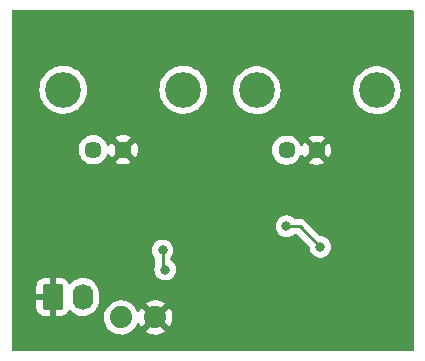
<source format=gbr>
%TF.GenerationSoftware,KiCad,Pcbnew,(5.99.0-11760-g13083c80c2)*%
%TF.CreationDate,2021-08-25T14:33:33-04:00*%
%TF.ProjectId,DigitimerPulseExtender_v3,44696769-7469-46d6-9572-50756c736545,rev?*%
%TF.SameCoordinates,Original*%
%TF.FileFunction,Copper,L2,Bot*%
%TF.FilePolarity,Positive*%
%FSLAX46Y46*%
G04 Gerber Fmt 4.6, Leading zero omitted, Abs format (unit mm)*
G04 Created by KiCad (PCBNEW (5.99.0-11760-g13083c80c2)) date 2021-08-25 14:33:33*
%MOMM*%
%LPD*%
G01*
G04 APERTURE LIST*
G04 Aperture macros list*
%AMRoundRect*
0 Rectangle with rounded corners*
0 $1 Rounding radius*
0 $2 $3 $4 $5 $6 $7 $8 $9 X,Y pos of 4 corners*
0 Add a 4 corners polygon primitive as box body*
4,1,4,$2,$3,$4,$5,$6,$7,$8,$9,$2,$3,0*
0 Add four circle primitives for the rounded corners*
1,1,$1+$1,$2,$3*
1,1,$1+$1,$4,$5*
1,1,$1+$1,$6,$7*
1,1,$1+$1,$8,$9*
0 Add four rect primitives between the rounded corners*
20,1,$1+$1,$2,$3,$4,$5,0*
20,1,$1+$1,$4,$5,$6,$7,0*
20,1,$1+$1,$6,$7,$8,$9,0*
20,1,$1+$1,$8,$9,$2,$3,0*%
G04 Aperture macros list end*
%TA.AperFunction,ComponentPad*%
%ADD10RoundRect,0.250000X-0.620000X-0.845000X0.620000X-0.845000X0.620000X0.845000X-0.620000X0.845000X0*%
%TD*%
%TA.AperFunction,ComponentPad*%
%ADD11O,1.740000X2.190000*%
%TD*%
%TA.AperFunction,ComponentPad*%
%ADD12C,1.446000*%
%TD*%
%TA.AperFunction,ComponentPad*%
%ADD13C,3.015000*%
%TD*%
%TA.AperFunction,ComponentPad*%
%ADD14C,1.879600*%
%TD*%
%TA.AperFunction,ViaPad*%
%ADD15C,0.800000*%
%TD*%
%TA.AperFunction,Conductor*%
%ADD16C,0.250000*%
%TD*%
G04 APERTURE END LIST*
D10*
%TO.P,D1,1,K*%
%TO.N,GND*%
X38912800Y-63291400D03*
D11*
%TO.P,D1,2,A*%
%TO.N,Net-(D1-Pad2)*%
X41452800Y-63291400D03*
%TD*%
D12*
%TO.P,J2,1,In*%
%TO.N,Pin_2_on_Inverter*%
X42341800Y-50838332D03*
%TO.P,J2,2,Ext*%
%TO.N,GND*%
X44881800Y-50838332D03*
D13*
%TO.P,J2,3*%
%TO.N,N/C*%
X49961800Y-45758332D03*
%TO.P,J2,4*%
X39801800Y-45758332D03*
%TD*%
D14*
%TO.P,J1,1,1*%
%TO.N,+5V*%
X44704000Y-65024000D03*
%TO.P,J1,2,2*%
%TO.N,GND*%
X47599600Y-65024000D03*
%TD*%
D12*
%TO.P,J3,1,In*%
%TO.N,Output_Pin_3_R7_R8*%
X58724800Y-50863732D03*
%TO.P,J3,2,Ext*%
%TO.N,GND*%
X61264800Y-50863732D03*
D13*
%TO.P,J3,3*%
%TO.N,N/C*%
X66344800Y-45783732D03*
%TO.P,J3,4*%
X56184800Y-45783732D03*
%TD*%
D15*
%TO.N,GND*%
X37871400Y-56311800D03*
X67614800Y-54914800D03*
%TO.N,Net-(C2-Pad1)*%
X61569600Y-59055000D03*
X58699400Y-57302400D03*
%TO.N,Net-(R7-Pad1)*%
X48209200Y-59359800D03*
X48437800Y-60985400D03*
%TD*%
D16*
%TO.N,Net-(C2-Pad1)*%
X59817000Y-57302400D02*
X61569600Y-59055000D01*
X58699400Y-57302400D02*
X59817000Y-57302400D01*
%TO.N,Net-(R7-Pad1)*%
X48209200Y-60756800D02*
X48437800Y-60985400D01*
X48209200Y-59359800D02*
X48209200Y-60756800D01*
%TD*%
%TA.AperFunction,Conductor*%
%TO.N,GND*%
G36*
X69431879Y-39033089D02*
G01*
X69478374Y-39086743D01*
X69489762Y-39139089D01*
X69489762Y-67738314D01*
X69469760Y-67806435D01*
X69416104Y-67852928D01*
X69363762Y-67864314D01*
X35559064Y-67864314D01*
X35490943Y-67844312D01*
X35444450Y-67790656D01*
X35433064Y-67738314D01*
X35433064Y-64988494D01*
X43251170Y-64988494D01*
X43251467Y-64993646D01*
X43251467Y-64993650D01*
X43263053Y-65194592D01*
X43264879Y-65226255D01*
X43266016Y-65231301D01*
X43266017Y-65231307D01*
X43288509Y-65331111D01*
X43317237Y-65458585D01*
X43406837Y-65679244D01*
X43531274Y-65882306D01*
X43687204Y-66062317D01*
X43870442Y-66214444D01*
X43874894Y-66217046D01*
X43874899Y-66217049D01*
X43973333Y-66274569D01*
X44076065Y-66334601D01*
X44298552Y-66419560D01*
X44303618Y-66420591D01*
X44303619Y-66420591D01*
X44357956Y-66431646D01*
X44531928Y-66467041D01*
X44666121Y-66471962D01*
X44764760Y-66475579D01*
X44764764Y-66475579D01*
X44769924Y-66475768D01*
X44775044Y-66475112D01*
X44775046Y-66475112D01*
X45001023Y-66446164D01*
X45001024Y-66446164D01*
X45006151Y-66445507D01*
X45090803Y-66420110D01*
X45229316Y-66378554D01*
X45229317Y-66378553D01*
X45234262Y-66377070D01*
X45448133Y-66272295D01*
X45452336Y-66269297D01*
X45452341Y-66269294D01*
X45529155Y-66214503D01*
X46773926Y-66214503D01*
X46779207Y-66221558D01*
X46967421Y-66331541D01*
X46976708Y-66335991D01*
X47189461Y-66417233D01*
X47199363Y-66420110D01*
X47422511Y-66465510D01*
X47432763Y-66466733D01*
X47660338Y-66475077D01*
X47670624Y-66474610D01*
X47896515Y-66445673D01*
X47906601Y-66443530D01*
X48124728Y-66378088D01*
X48134323Y-66374328D01*
X48338837Y-66274137D01*
X48347683Y-66268863D01*
X48413231Y-66222108D01*
X48421632Y-66211408D01*
X48414645Y-66198256D01*
X47612411Y-65396021D01*
X47598468Y-65388408D01*
X47596634Y-65388539D01*
X47590020Y-65392790D01*
X46780683Y-66202128D01*
X46773926Y-66214503D01*
X45529155Y-66214503D01*
X45637816Y-66136996D01*
X45637818Y-66136994D01*
X45642020Y-66133997D01*
X45810716Y-65965889D01*
X45949690Y-65772486D01*
X46040198Y-65589358D01*
X46088312Y-65537151D01*
X46157013Y-65519244D01*
X46224489Y-65541323D01*
X46269898Y-65597781D01*
X46300938Y-65674223D01*
X46305591Y-65683434D01*
X46400753Y-65838723D01*
X46411211Y-65848185D01*
X46419987Y-65844402D01*
X47227579Y-65036811D01*
X47233956Y-65025132D01*
X47964008Y-65025132D01*
X47964139Y-65026966D01*
X47968390Y-65033580D01*
X48774426Y-65839615D01*
X48786432Y-65846171D01*
X48798171Y-65837202D01*
X48841841Y-65776429D01*
X48847151Y-65767592D01*
X48948050Y-65563438D01*
X48951849Y-65553843D01*
X49018049Y-65335957D01*
X49020228Y-65325876D01*
X49050191Y-65098288D01*
X49050710Y-65091615D01*
X49052280Y-65027365D01*
X49052086Y-65020646D01*
X49033279Y-64791887D01*
X49031594Y-64781707D01*
X48976115Y-64560837D01*
X48972795Y-64551086D01*
X48881984Y-64342233D01*
X48877118Y-64333158D01*
X48797608Y-64210256D01*
X48786922Y-64201052D01*
X48777355Y-64205456D01*
X47971621Y-65011189D01*
X47964008Y-65025132D01*
X47233956Y-65025132D01*
X47235192Y-65022868D01*
X47235061Y-65021034D01*
X47230810Y-65014420D01*
X46424820Y-64208431D01*
X46413288Y-64202134D01*
X46401006Y-64211757D01*
X46339347Y-64302146D01*
X46334248Y-64311120D01*
X46265972Y-64458208D01*
X46219148Y-64511575D01*
X46150905Y-64531155D01*
X46082909Y-64510731D01*
X46036135Y-64455399D01*
X46004784Y-64383296D01*
X45984767Y-64337259D01*
X45967694Y-64310867D01*
X45901424Y-64208431D01*
X45855406Y-64137298D01*
X45813902Y-64091685D01*
X45804358Y-64081197D01*
X45695124Y-63961150D01*
X45691073Y-63957951D01*
X45691069Y-63957947D01*
X45537018Y-63836285D01*
X46776681Y-63836285D01*
X46783425Y-63848614D01*
X47586789Y-64651979D01*
X47600732Y-64659592D01*
X47602566Y-64659461D01*
X47609180Y-64655210D01*
X48416931Y-63847458D01*
X48423948Y-63834607D01*
X48416174Y-63823937D01*
X48407604Y-63817169D01*
X48399017Y-63811464D01*
X48199655Y-63701410D01*
X48190243Y-63697180D01*
X47975571Y-63621160D01*
X47965614Y-63618530D01*
X47741405Y-63578591D01*
X47731154Y-63577622D01*
X47503430Y-63574840D01*
X47493146Y-63575560D01*
X47268037Y-63610006D01*
X47258010Y-63612395D01*
X47041551Y-63683144D01*
X47032042Y-63687141D01*
X46830051Y-63792292D01*
X46821316Y-63797793D01*
X46785135Y-63824958D01*
X46776681Y-63836285D01*
X45537018Y-63836285D01*
X45512278Y-63816747D01*
X45512273Y-63816744D01*
X45508224Y-63813546D01*
X45503708Y-63811053D01*
X45503705Y-63811051D01*
X45304250Y-63700946D01*
X45304246Y-63700944D01*
X45299726Y-63698449D01*
X45294857Y-63696725D01*
X45294853Y-63696723D01*
X45080105Y-63620676D01*
X45080101Y-63620675D01*
X45075230Y-63618950D01*
X45070140Y-63618043D01*
X45070135Y-63618042D01*
X44942814Y-63595364D01*
X44840764Y-63577186D01*
X44751637Y-63576097D01*
X44607795Y-63574339D01*
X44607793Y-63574339D01*
X44602625Y-63574276D01*
X44367209Y-63610300D01*
X44140838Y-63684289D01*
X43929590Y-63794258D01*
X43925457Y-63797361D01*
X43925454Y-63797363D01*
X43743275Y-63934147D01*
X43739140Y-63937252D01*
X43574602Y-64109431D01*
X43440394Y-64306172D01*
X43398579Y-64396256D01*
X43345050Y-64511575D01*
X43340122Y-64522191D01*
X43276477Y-64751685D01*
X43275928Y-64756819D01*
X43275928Y-64756821D01*
X43273269Y-64781707D01*
X43251170Y-64988494D01*
X35433064Y-64988494D01*
X35433064Y-63558948D01*
X37534801Y-63558948D01*
X37534801Y-64183495D01*
X37535138Y-64190014D01*
X37545057Y-64285606D01*
X37547949Y-64299000D01*
X37599388Y-64453184D01*
X37605561Y-64466362D01*
X37690863Y-64604207D01*
X37699899Y-64615608D01*
X37814629Y-64730139D01*
X37826040Y-64739151D01*
X37964043Y-64824216D01*
X37977224Y-64830363D01*
X38131510Y-64881538D01*
X38144886Y-64884405D01*
X38239238Y-64894072D01*
X38245654Y-64894400D01*
X38640685Y-64894400D01*
X38655924Y-64889925D01*
X38657129Y-64888535D01*
X38658800Y-64880852D01*
X38658800Y-63563515D01*
X38654325Y-63548276D01*
X38652935Y-63547071D01*
X38645252Y-63545400D01*
X37552916Y-63545400D01*
X37537677Y-63549875D01*
X37536472Y-63551265D01*
X37534801Y-63558948D01*
X35433064Y-63558948D01*
X35433064Y-62399255D01*
X37534800Y-62399255D01*
X37534800Y-63019285D01*
X37539275Y-63034524D01*
X37540665Y-63035729D01*
X37548348Y-63037400D01*
X38640685Y-63037400D01*
X38655924Y-63032925D01*
X38657129Y-63031535D01*
X38658800Y-63023852D01*
X38658800Y-61706516D01*
X38657459Y-61701948D01*
X39166800Y-61701948D01*
X39166800Y-64876284D01*
X39171275Y-64891523D01*
X39172665Y-64892728D01*
X39180348Y-64894399D01*
X39579895Y-64894399D01*
X39586414Y-64894062D01*
X39682006Y-64884143D01*
X39695400Y-64881251D01*
X39849584Y-64829812D01*
X39862762Y-64823639D01*
X40000607Y-64738337D01*
X40012008Y-64729301D01*
X40126539Y-64614571D01*
X40135551Y-64603160D01*
X40224458Y-64458925D01*
X40226555Y-64460217D01*
X40265756Y-64415708D01*
X40334036Y-64396256D01*
X40401993Y-64416807D01*
X40424186Y-64435278D01*
X40536076Y-64552568D01*
X40723765Y-64692213D01*
X40728516Y-64694629D01*
X40728520Y-64694631D01*
X40927544Y-64795820D01*
X40932300Y-64798238D01*
X41155717Y-64867610D01*
X41161004Y-64868311D01*
X41161005Y-64868311D01*
X41382345Y-64897648D01*
X41382349Y-64897648D01*
X41387629Y-64898348D01*
X41392958Y-64898148D01*
X41392960Y-64898148D01*
X41504517Y-64893960D01*
X41621404Y-64889572D01*
X41733613Y-64866028D01*
X41845132Y-64842629D01*
X41845135Y-64842628D01*
X41850359Y-64841532D01*
X42067946Y-64755603D01*
X42226383Y-64659461D01*
X42263383Y-64637009D01*
X42263386Y-64637007D01*
X42267944Y-64634241D01*
X42444634Y-64480917D01*
X42592965Y-64300014D01*
X42685589Y-64137298D01*
X42706055Y-64101345D01*
X42706056Y-64101343D01*
X42708696Y-64096705D01*
X42788516Y-63876804D01*
X42796147Y-63834607D01*
X42820316Y-63700946D01*
X42830144Y-63646597D01*
X42831300Y-63622084D01*
X42831300Y-63007662D01*
X42816505Y-62833298D01*
X42757733Y-62606860D01*
X42703333Y-62486095D01*
X42663845Y-62398436D01*
X42661650Y-62393563D01*
X42531002Y-62199504D01*
X42369524Y-62030232D01*
X42181835Y-61890587D01*
X42177084Y-61888171D01*
X42177080Y-61888169D01*
X41978056Y-61786980D01*
X41978055Y-61786980D01*
X41973300Y-61784562D01*
X41749883Y-61715190D01*
X41744596Y-61714489D01*
X41744595Y-61714489D01*
X41523255Y-61685152D01*
X41523251Y-61685152D01*
X41517971Y-61684452D01*
X41512642Y-61684652D01*
X41512640Y-61684652D01*
X41401084Y-61688840D01*
X41284196Y-61693228D01*
X41200211Y-61710850D01*
X41060468Y-61740171D01*
X41060465Y-61740172D01*
X41055241Y-61741268D01*
X40837654Y-61827197D01*
X40833090Y-61829966D01*
X40833091Y-61829966D01*
X40642217Y-61945791D01*
X40642214Y-61945793D01*
X40637656Y-61948559D01*
X40460966Y-62101883D01*
X40457578Y-62106015D01*
X40430039Y-62139601D01*
X40371379Y-62179596D01*
X40300409Y-62181527D01*
X40239661Y-62144783D01*
X40224580Y-62122243D01*
X40223894Y-62122668D01*
X40134737Y-61978593D01*
X40125701Y-61967192D01*
X40010971Y-61852661D01*
X39999560Y-61843649D01*
X39861557Y-61758584D01*
X39848376Y-61752437D01*
X39694090Y-61701262D01*
X39680714Y-61698395D01*
X39586362Y-61688728D01*
X39579945Y-61688400D01*
X39184915Y-61688400D01*
X39169676Y-61692875D01*
X39168471Y-61694265D01*
X39166800Y-61701948D01*
X38657459Y-61701948D01*
X38654325Y-61691277D01*
X38652935Y-61690072D01*
X38645252Y-61688401D01*
X38245705Y-61688401D01*
X38239186Y-61688738D01*
X38143594Y-61698657D01*
X38130200Y-61701549D01*
X37976016Y-61752988D01*
X37962838Y-61759161D01*
X37824993Y-61844463D01*
X37813592Y-61853499D01*
X37699061Y-61968229D01*
X37690049Y-61979640D01*
X37604984Y-62117643D01*
X37598837Y-62130824D01*
X37547662Y-62285110D01*
X37544795Y-62298486D01*
X37535128Y-62392838D01*
X37534800Y-62399255D01*
X35433064Y-62399255D01*
X35433064Y-59359800D01*
X47295696Y-59359800D01*
X47315658Y-59549728D01*
X47374673Y-59731356D01*
X47470160Y-59896744D01*
X47543337Y-59978015D01*
X47574053Y-60042021D01*
X47575700Y-60062324D01*
X47575700Y-60678031D01*
X47575175Y-60689205D01*
X47573498Y-60696709D01*
X47573543Y-60698133D01*
X47569440Y-60717970D01*
X47544258Y-60795472D01*
X47524296Y-60985400D01*
X47544258Y-61175328D01*
X47603273Y-61356956D01*
X47698760Y-61522344D01*
X47826547Y-61664266D01*
X47981048Y-61776518D01*
X47987076Y-61779202D01*
X47987078Y-61779203D01*
X48149481Y-61851509D01*
X48155512Y-61854194D01*
X48248912Y-61874047D01*
X48335856Y-61892528D01*
X48335861Y-61892528D01*
X48342313Y-61893900D01*
X48533287Y-61893900D01*
X48539739Y-61892528D01*
X48539744Y-61892528D01*
X48626688Y-61874047D01*
X48720088Y-61854194D01*
X48726119Y-61851509D01*
X48888522Y-61779203D01*
X48888524Y-61779202D01*
X48894552Y-61776518D01*
X49049053Y-61664266D01*
X49176840Y-61522344D01*
X49272327Y-61356956D01*
X49331342Y-61175328D01*
X49351304Y-60985400D01*
X49331342Y-60795472D01*
X49272327Y-60613844D01*
X49176840Y-60448456D01*
X49049053Y-60306534D01*
X48894639Y-60194345D01*
X48851285Y-60138122D01*
X48842700Y-60092409D01*
X48842700Y-60062324D01*
X48862702Y-59994203D01*
X48875058Y-59978021D01*
X48948240Y-59896744D01*
X49043727Y-59731356D01*
X49102742Y-59549728D01*
X49122704Y-59359800D01*
X49122014Y-59353235D01*
X49103432Y-59176435D01*
X49103432Y-59176433D01*
X49102742Y-59169872D01*
X49043727Y-58988244D01*
X48948240Y-58822856D01*
X48820453Y-58680934D01*
X48665952Y-58568682D01*
X48659924Y-58565998D01*
X48659922Y-58565997D01*
X48497519Y-58493691D01*
X48497518Y-58493691D01*
X48491488Y-58491006D01*
X48398088Y-58471153D01*
X48311144Y-58452672D01*
X48311139Y-58452672D01*
X48304687Y-58451300D01*
X48113713Y-58451300D01*
X48107261Y-58452672D01*
X48107256Y-58452672D01*
X48020312Y-58471153D01*
X47926912Y-58491006D01*
X47920882Y-58493691D01*
X47920881Y-58493691D01*
X47758478Y-58565997D01*
X47758476Y-58565998D01*
X47752448Y-58568682D01*
X47597947Y-58680934D01*
X47470160Y-58822856D01*
X47374673Y-58988244D01*
X47315658Y-59169872D01*
X47314968Y-59176433D01*
X47314968Y-59176435D01*
X47296386Y-59353235D01*
X47295696Y-59359800D01*
X35433064Y-59359800D01*
X35433064Y-57302400D01*
X57785896Y-57302400D01*
X57805858Y-57492328D01*
X57864873Y-57673956D01*
X57960360Y-57839344D01*
X58088147Y-57981266D01*
X58242648Y-58093518D01*
X58248676Y-58096202D01*
X58248678Y-58096203D01*
X58411081Y-58168509D01*
X58417112Y-58171194D01*
X58510512Y-58191047D01*
X58597456Y-58209528D01*
X58597461Y-58209528D01*
X58603913Y-58210900D01*
X58794887Y-58210900D01*
X58801339Y-58209528D01*
X58801344Y-58209528D01*
X58888288Y-58191047D01*
X58981688Y-58171194D01*
X58987719Y-58168509D01*
X59150122Y-58096203D01*
X59150124Y-58096202D01*
X59156152Y-58093518D01*
X59310653Y-57981266D01*
X59315068Y-57976363D01*
X59319980Y-57971940D01*
X59321105Y-57973189D01*
X59374414Y-57940349D01*
X59407600Y-57935900D01*
X59502406Y-57935900D01*
X59570527Y-57955902D01*
X59591501Y-57972805D01*
X60622478Y-59003782D01*
X60656504Y-59066094D01*
X60658692Y-59079703D01*
X60676058Y-59244928D01*
X60735073Y-59426556D01*
X60830560Y-59591944D01*
X60958347Y-59733866D01*
X61112848Y-59846118D01*
X61118876Y-59848802D01*
X61118878Y-59848803D01*
X61281281Y-59921109D01*
X61287312Y-59923794D01*
X61380712Y-59943647D01*
X61467656Y-59962128D01*
X61467661Y-59962128D01*
X61474113Y-59963500D01*
X61665087Y-59963500D01*
X61671539Y-59962128D01*
X61671544Y-59962128D01*
X61758488Y-59943647D01*
X61851888Y-59923794D01*
X61857919Y-59921109D01*
X62020322Y-59848803D01*
X62020324Y-59848802D01*
X62026352Y-59846118D01*
X62180853Y-59733866D01*
X62308640Y-59591944D01*
X62404127Y-59426556D01*
X62463142Y-59244928D01*
X62471691Y-59163594D01*
X62482414Y-59061565D01*
X62483104Y-59055000D01*
X62463142Y-58865072D01*
X62404127Y-58683444D01*
X62308640Y-58518056D01*
X62180853Y-58376134D01*
X62026352Y-58263882D01*
X62020324Y-58261198D01*
X62020322Y-58261197D01*
X61857919Y-58188891D01*
X61857918Y-58188891D01*
X61851888Y-58186206D01*
X61758487Y-58166353D01*
X61671544Y-58147872D01*
X61671539Y-58147872D01*
X61665087Y-58146500D01*
X61609194Y-58146500D01*
X61541073Y-58126498D01*
X61520099Y-58109595D01*
X60320652Y-56910147D01*
X60313112Y-56901861D01*
X60309000Y-56895382D01*
X60259348Y-56848756D01*
X60256507Y-56846002D01*
X60236770Y-56826265D01*
X60233573Y-56823785D01*
X60224551Y-56816080D01*
X60198100Y-56791241D01*
X60192321Y-56785814D01*
X60185375Y-56781995D01*
X60185372Y-56781993D01*
X60174566Y-56776052D01*
X60158047Y-56765201D01*
X60152048Y-56760548D01*
X60142041Y-56752786D01*
X60134772Y-56749641D01*
X60134768Y-56749638D01*
X60101463Y-56735226D01*
X60090813Y-56730009D01*
X60052060Y-56708705D01*
X60032437Y-56703667D01*
X60013734Y-56697263D01*
X60002420Y-56692367D01*
X60002419Y-56692367D01*
X59995145Y-56689219D01*
X59987322Y-56687980D01*
X59987312Y-56687977D01*
X59951476Y-56682301D01*
X59939856Y-56679895D01*
X59904711Y-56670872D01*
X59904710Y-56670872D01*
X59897030Y-56668900D01*
X59876776Y-56668900D01*
X59857065Y-56667349D01*
X59844886Y-56665420D01*
X59837057Y-56664180D01*
X59829165Y-56664926D01*
X59793039Y-56668341D01*
X59781181Y-56668900D01*
X59407600Y-56668900D01*
X59339479Y-56648898D01*
X59320253Y-56632557D01*
X59319980Y-56632860D01*
X59315068Y-56628437D01*
X59310653Y-56623534D01*
X59156152Y-56511282D01*
X59150124Y-56508598D01*
X59150122Y-56508597D01*
X58987719Y-56436291D01*
X58987718Y-56436291D01*
X58981688Y-56433606D01*
X58888287Y-56413753D01*
X58801344Y-56395272D01*
X58801339Y-56395272D01*
X58794887Y-56393900D01*
X58603913Y-56393900D01*
X58597461Y-56395272D01*
X58597456Y-56395272D01*
X58510513Y-56413753D01*
X58417112Y-56433606D01*
X58411082Y-56436291D01*
X58411081Y-56436291D01*
X58248678Y-56508597D01*
X58248676Y-56508598D01*
X58242648Y-56511282D01*
X58088147Y-56623534D01*
X58083726Y-56628444D01*
X58083725Y-56628445D01*
X57974603Y-56749638D01*
X57960360Y-56765456D01*
X57864873Y-56930844D01*
X57805858Y-57112472D01*
X57785896Y-57302400D01*
X35433064Y-57302400D01*
X35433064Y-50838332D01*
X41105596Y-50838332D01*
X41124377Y-51052997D01*
X41125801Y-51058310D01*
X41125801Y-51058312D01*
X41169072Y-51219801D01*
X41180148Y-51261139D01*
X41182470Y-51266119D01*
X41182471Y-51266121D01*
X41268890Y-51451447D01*
X41268893Y-51451452D01*
X41271216Y-51456434D01*
X41274372Y-51460941D01*
X41274373Y-51460943D01*
X41322636Y-51529869D01*
X41394813Y-51632949D01*
X41547183Y-51785319D01*
X41551691Y-51788476D01*
X41551694Y-51788478D01*
X41704478Y-51895458D01*
X41723698Y-51908916D01*
X41728680Y-51911239D01*
X41728685Y-51911242D01*
X41912999Y-51997189D01*
X41918993Y-51999984D01*
X41924301Y-52001406D01*
X41924303Y-52001407D01*
X42121820Y-52054331D01*
X42121822Y-52054331D01*
X42127135Y-52055755D01*
X42341800Y-52074536D01*
X42556465Y-52055755D01*
X42561778Y-52054331D01*
X42561780Y-52054331D01*
X42759297Y-52001407D01*
X42759299Y-52001406D01*
X42764607Y-51999984D01*
X42770601Y-51997189D01*
X42954915Y-51911242D01*
X42954920Y-51911239D01*
X42959902Y-51908916D01*
X42979122Y-51895458D01*
X43016755Y-51869107D01*
X44215580Y-51869107D01*
X44224876Y-51881121D01*
X44259440Y-51905324D01*
X44268936Y-51910807D01*
X44454183Y-51997189D01*
X44464475Y-52000935D01*
X44661908Y-52053837D01*
X44672703Y-52055740D01*
X44876325Y-52073555D01*
X44887275Y-52073555D01*
X45090897Y-52055740D01*
X45101692Y-52053837D01*
X45299125Y-52000935D01*
X45309417Y-51997189D01*
X45494664Y-51910807D01*
X45504160Y-51905324D01*
X45539562Y-51880535D01*
X45547937Y-51870058D01*
X45540868Y-51856610D01*
X44894612Y-51210354D01*
X44880668Y-51202740D01*
X44878835Y-51202871D01*
X44872220Y-51207122D01*
X44222010Y-51857332D01*
X44215580Y-51869107D01*
X43016755Y-51869107D01*
X43131906Y-51788478D01*
X43131909Y-51788476D01*
X43136417Y-51785319D01*
X43288787Y-51632949D01*
X43360965Y-51529869D01*
X43409227Y-51460943D01*
X43409228Y-51460941D01*
X43412384Y-51456434D01*
X43414707Y-51451452D01*
X43414710Y-51451447D01*
X43497881Y-51273086D01*
X43544799Y-51219801D01*
X43613076Y-51200340D01*
X43681036Y-51220882D01*
X43726271Y-51273086D01*
X43809325Y-51451196D01*
X43814808Y-51460692D01*
X43839597Y-51496094D01*
X43850074Y-51504469D01*
X43863522Y-51497400D01*
X44509778Y-50851144D01*
X44516156Y-50839464D01*
X45246208Y-50839464D01*
X45246339Y-50841297D01*
X45250590Y-50847912D01*
X45900800Y-51498122D01*
X45912575Y-51504552D01*
X45924589Y-51495256D01*
X45948792Y-51460692D01*
X45954275Y-51451196D01*
X46040657Y-51265949D01*
X46044403Y-51255657D01*
X46097305Y-51058224D01*
X46099208Y-51047429D01*
X46115280Y-50863732D01*
X57488596Y-50863732D01*
X57507377Y-51078397D01*
X57508801Y-51083710D01*
X57508801Y-51083712D01*
X57552072Y-51245201D01*
X57563148Y-51286539D01*
X57565470Y-51291519D01*
X57565471Y-51291521D01*
X57651890Y-51476847D01*
X57651893Y-51476852D01*
X57654216Y-51481834D01*
X57657372Y-51486341D01*
X57657373Y-51486343D01*
X57760028Y-51632949D01*
X57777813Y-51658349D01*
X57930183Y-51810719D01*
X57934691Y-51813876D01*
X57934694Y-51813878D01*
X58073745Y-51911242D01*
X58106698Y-51934316D01*
X58111680Y-51936639D01*
X58111685Y-51936642D01*
X58249562Y-52000935D01*
X58301993Y-52025384D01*
X58307301Y-52026806D01*
X58307303Y-52026807D01*
X58504820Y-52079731D01*
X58504822Y-52079731D01*
X58510135Y-52081155D01*
X58724800Y-52099936D01*
X58939465Y-52081155D01*
X58944778Y-52079731D01*
X58944780Y-52079731D01*
X59142297Y-52026807D01*
X59142299Y-52026806D01*
X59147607Y-52025384D01*
X59200038Y-52000935D01*
X59337915Y-51936642D01*
X59337920Y-51936639D01*
X59342902Y-51934316D01*
X59375855Y-51911242D01*
X59399755Y-51894507D01*
X60598580Y-51894507D01*
X60607876Y-51906521D01*
X60642440Y-51930724D01*
X60651936Y-51936207D01*
X60837183Y-52022589D01*
X60847475Y-52026335D01*
X61044908Y-52079237D01*
X61055703Y-52081140D01*
X61259325Y-52098955D01*
X61270275Y-52098955D01*
X61473897Y-52081140D01*
X61484692Y-52079237D01*
X61682125Y-52026335D01*
X61692417Y-52022589D01*
X61877664Y-51936207D01*
X61887160Y-51930724D01*
X61922562Y-51905935D01*
X61930937Y-51895458D01*
X61923868Y-51882010D01*
X61277612Y-51235754D01*
X61263668Y-51228140D01*
X61261835Y-51228271D01*
X61255220Y-51232522D01*
X60605010Y-51882732D01*
X60598580Y-51894507D01*
X59399755Y-51894507D01*
X59514906Y-51813878D01*
X59514909Y-51813876D01*
X59519417Y-51810719D01*
X59671787Y-51658349D01*
X59689573Y-51632949D01*
X59792227Y-51486343D01*
X59792228Y-51486341D01*
X59795384Y-51481834D01*
X59797707Y-51476852D01*
X59797710Y-51476847D01*
X59880881Y-51298486D01*
X59927799Y-51245201D01*
X59996076Y-51225740D01*
X60064036Y-51246282D01*
X60109271Y-51298486D01*
X60192325Y-51476596D01*
X60197808Y-51486092D01*
X60222597Y-51521494D01*
X60233074Y-51529869D01*
X60246522Y-51522800D01*
X60892778Y-50876544D01*
X60899156Y-50864864D01*
X61629208Y-50864864D01*
X61629339Y-50866697D01*
X61633590Y-50873312D01*
X62283800Y-51523522D01*
X62295575Y-51529952D01*
X62307589Y-51520656D01*
X62331792Y-51486092D01*
X62337275Y-51476596D01*
X62423657Y-51291349D01*
X62427403Y-51281057D01*
X62480305Y-51083624D01*
X62482208Y-51072829D01*
X62500023Y-50869207D01*
X62500023Y-50858257D01*
X62482208Y-50654635D01*
X62480305Y-50643840D01*
X62427403Y-50446407D01*
X62423657Y-50436115D01*
X62337275Y-50250868D01*
X62331792Y-50241372D01*
X62307003Y-50205970D01*
X62296526Y-50197595D01*
X62283078Y-50204664D01*
X61636822Y-50850920D01*
X61629208Y-50864864D01*
X60899156Y-50864864D01*
X60900392Y-50862600D01*
X60900261Y-50860767D01*
X60896010Y-50854152D01*
X60245800Y-50203942D01*
X60234025Y-50197512D01*
X60222011Y-50206808D01*
X60197808Y-50241372D01*
X60192325Y-50250868D01*
X60109271Y-50428978D01*
X60062353Y-50482263D01*
X59994076Y-50501724D01*
X59926116Y-50481182D01*
X59880881Y-50428978D01*
X59797710Y-50250617D01*
X59797707Y-50250612D01*
X59795384Y-50245630D01*
X59792227Y-50241121D01*
X59674946Y-50073626D01*
X59674944Y-50073623D01*
X59671787Y-50069115D01*
X59519417Y-49916745D01*
X59514909Y-49913588D01*
X59514906Y-49913586D01*
X59398397Y-49832006D01*
X60598663Y-49832006D01*
X60605732Y-49845454D01*
X61251988Y-50491710D01*
X61265932Y-50499324D01*
X61267765Y-50499193D01*
X61274380Y-50494942D01*
X61924590Y-49844732D01*
X61931020Y-49832957D01*
X61921724Y-49820943D01*
X61887160Y-49796740D01*
X61877664Y-49791257D01*
X61692417Y-49704875D01*
X61682125Y-49701129D01*
X61484692Y-49648227D01*
X61473897Y-49646324D01*
X61270275Y-49628509D01*
X61259325Y-49628509D01*
X61055703Y-49646324D01*
X61044908Y-49648227D01*
X60847475Y-49701129D01*
X60837183Y-49704875D01*
X60651936Y-49791257D01*
X60642440Y-49796740D01*
X60607038Y-49821529D01*
X60598663Y-49832006D01*
X59398397Y-49832006D01*
X59347411Y-49796305D01*
X59347409Y-49796304D01*
X59342902Y-49793148D01*
X59337920Y-49790825D01*
X59337915Y-49790822D01*
X59152589Y-49704403D01*
X59152587Y-49704402D01*
X59147607Y-49702080D01*
X59142299Y-49700658D01*
X59142297Y-49700657D01*
X58944780Y-49647733D01*
X58944778Y-49647733D01*
X58939465Y-49646309D01*
X58724800Y-49627528D01*
X58510135Y-49646309D01*
X58504822Y-49647733D01*
X58504820Y-49647733D01*
X58307303Y-49700657D01*
X58307301Y-49700658D01*
X58301993Y-49702080D01*
X58297013Y-49704402D01*
X58297011Y-49704403D01*
X58111685Y-49790822D01*
X58111680Y-49790825D01*
X58106698Y-49793148D01*
X58102191Y-49796304D01*
X58102189Y-49796305D01*
X57934694Y-49913586D01*
X57934691Y-49913588D01*
X57930183Y-49916745D01*
X57777813Y-50069115D01*
X57774656Y-50073623D01*
X57774654Y-50073626D01*
X57657373Y-50241121D01*
X57654216Y-50245630D01*
X57651893Y-50250612D01*
X57651890Y-50250617D01*
X57651773Y-50250868D01*
X57563148Y-50440925D01*
X57561726Y-50446233D01*
X57561725Y-50446235D01*
X57512691Y-50629235D01*
X57507377Y-50649067D01*
X57488596Y-50863732D01*
X46115280Y-50863732D01*
X46117023Y-50843807D01*
X46117023Y-50832857D01*
X46099208Y-50629235D01*
X46097305Y-50618440D01*
X46044403Y-50421007D01*
X46040657Y-50410715D01*
X45954275Y-50225468D01*
X45948792Y-50215972D01*
X45924003Y-50180570D01*
X45913526Y-50172195D01*
X45900078Y-50179264D01*
X45253822Y-50825520D01*
X45246208Y-50839464D01*
X44516156Y-50839464D01*
X44517392Y-50837200D01*
X44517261Y-50835367D01*
X44513010Y-50828752D01*
X43862800Y-50178542D01*
X43851025Y-50172112D01*
X43839011Y-50181408D01*
X43814808Y-50215972D01*
X43809325Y-50225468D01*
X43726271Y-50403578D01*
X43679353Y-50456863D01*
X43611076Y-50476324D01*
X43543116Y-50455782D01*
X43497881Y-50403578D01*
X43414710Y-50225217D01*
X43414707Y-50225212D01*
X43412384Y-50220230D01*
X43384614Y-50180570D01*
X43291946Y-50048226D01*
X43291944Y-50048223D01*
X43288787Y-50043715D01*
X43136417Y-49891345D01*
X43131909Y-49888188D01*
X43131906Y-49888186D01*
X43015397Y-49806606D01*
X44215663Y-49806606D01*
X44222732Y-49820054D01*
X44868988Y-50466310D01*
X44882932Y-50473924D01*
X44884765Y-50473793D01*
X44891380Y-50469542D01*
X45541590Y-49819332D01*
X45548020Y-49807557D01*
X45538724Y-49795543D01*
X45504160Y-49771340D01*
X45494664Y-49765857D01*
X45309417Y-49679475D01*
X45299125Y-49675729D01*
X45101692Y-49622827D01*
X45090897Y-49620924D01*
X44887275Y-49603109D01*
X44876325Y-49603109D01*
X44672703Y-49620924D01*
X44661908Y-49622827D01*
X44464475Y-49675729D01*
X44454183Y-49679475D01*
X44268936Y-49765857D01*
X44259440Y-49771340D01*
X44224038Y-49796129D01*
X44215663Y-49806606D01*
X43015397Y-49806606D01*
X42964411Y-49770905D01*
X42964409Y-49770904D01*
X42959902Y-49767748D01*
X42954920Y-49765425D01*
X42954915Y-49765422D01*
X42769589Y-49679003D01*
X42769587Y-49679002D01*
X42764607Y-49676680D01*
X42759299Y-49675258D01*
X42759297Y-49675257D01*
X42561780Y-49622333D01*
X42561778Y-49622333D01*
X42556465Y-49620909D01*
X42341800Y-49602128D01*
X42127135Y-49620909D01*
X42121822Y-49622333D01*
X42121820Y-49622333D01*
X41924303Y-49675257D01*
X41924301Y-49675258D01*
X41918993Y-49676680D01*
X41914013Y-49679002D01*
X41914011Y-49679003D01*
X41728685Y-49765422D01*
X41728680Y-49765425D01*
X41723698Y-49767748D01*
X41719191Y-49770904D01*
X41719189Y-49770905D01*
X41551694Y-49888186D01*
X41551691Y-49888188D01*
X41547183Y-49891345D01*
X41394813Y-50043715D01*
X41391656Y-50048223D01*
X41391654Y-50048226D01*
X41298986Y-50180570D01*
X41271216Y-50220230D01*
X41268893Y-50225212D01*
X41268890Y-50225217D01*
X41257046Y-50250617D01*
X41180148Y-50415525D01*
X41178726Y-50420833D01*
X41178725Y-50420835D01*
X41166540Y-50466310D01*
X41124377Y-50623667D01*
X41105596Y-50838332D01*
X35433064Y-50838332D01*
X35433064Y-45737172D01*
X37781200Y-45737172D01*
X37797023Y-46011594D01*
X37797848Y-46015799D01*
X37797849Y-46015807D01*
X37809353Y-46074441D01*
X37849943Y-46281330D01*
X37851330Y-46285381D01*
X37851331Y-46285385D01*
X37937592Y-46537333D01*
X37938981Y-46541389D01*
X38062489Y-46786958D01*
X38064915Y-46790487D01*
X38064918Y-46790493D01*
X38117145Y-46866483D01*
X38218182Y-47013492D01*
X38403179Y-47216801D01*
X38406467Y-47219550D01*
X38610764Y-47390370D01*
X38610769Y-47390374D01*
X38614056Y-47393122D01*
X38846911Y-47539192D01*
X39097437Y-47652308D01*
X39101548Y-47653526D01*
X39101554Y-47653528D01*
X39356883Y-47729160D01*
X39356888Y-47729161D01*
X39360996Y-47730378D01*
X39365230Y-47731026D01*
X39365235Y-47731027D01*
X39628469Y-47771307D01*
X39628471Y-47771307D01*
X39632711Y-47771956D01*
X39772610Y-47774154D01*
X39903265Y-47776207D01*
X39903271Y-47776207D01*
X39907556Y-47776274D01*
X40180443Y-47743251D01*
X40349506Y-47698898D01*
X40442182Y-47674585D01*
X40442183Y-47674585D01*
X40446325Y-47673498D01*
X40700279Y-47568307D01*
X40894141Y-47455023D01*
X40933905Y-47431787D01*
X40933906Y-47431786D01*
X40937608Y-47429623D01*
X41153920Y-47260013D01*
X41345211Y-47062615D01*
X41507943Y-46841083D01*
X41523539Y-46812358D01*
X41637053Y-46603291D01*
X41637054Y-46603289D01*
X41639103Y-46599515D01*
X41736266Y-46342382D01*
X41766949Y-46208412D01*
X41796676Y-46078621D01*
X41796677Y-46078616D01*
X41797633Y-46074441D01*
X41822068Y-45800651D01*
X41822511Y-45758332D01*
X41821360Y-45741452D01*
X41821068Y-45737172D01*
X47941200Y-45737172D01*
X47957023Y-46011594D01*
X47957848Y-46015799D01*
X47957849Y-46015807D01*
X47969353Y-46074441D01*
X48009943Y-46281330D01*
X48011330Y-46285381D01*
X48011331Y-46285385D01*
X48097592Y-46537333D01*
X48098981Y-46541389D01*
X48222489Y-46786958D01*
X48224915Y-46790487D01*
X48224918Y-46790493D01*
X48277145Y-46866483D01*
X48378182Y-47013492D01*
X48563179Y-47216801D01*
X48566467Y-47219550D01*
X48770764Y-47390370D01*
X48770769Y-47390374D01*
X48774056Y-47393122D01*
X49006911Y-47539192D01*
X49257437Y-47652308D01*
X49261548Y-47653526D01*
X49261554Y-47653528D01*
X49516883Y-47729160D01*
X49516888Y-47729161D01*
X49520996Y-47730378D01*
X49525230Y-47731026D01*
X49525235Y-47731027D01*
X49788469Y-47771307D01*
X49788471Y-47771307D01*
X49792711Y-47771956D01*
X49932610Y-47774154D01*
X50063265Y-47776207D01*
X50063271Y-47776207D01*
X50067556Y-47776274D01*
X50340443Y-47743251D01*
X50509506Y-47698898D01*
X50602182Y-47674585D01*
X50602183Y-47674585D01*
X50606325Y-47673498D01*
X50860279Y-47568307D01*
X51054141Y-47455023D01*
X51093905Y-47431787D01*
X51093906Y-47431786D01*
X51097608Y-47429623D01*
X51313920Y-47260013D01*
X51505211Y-47062615D01*
X51667943Y-46841083D01*
X51683539Y-46812358D01*
X51797053Y-46603291D01*
X51797054Y-46603289D01*
X51799103Y-46599515D01*
X51896266Y-46342382D01*
X51926949Y-46208412D01*
X51956676Y-46078621D01*
X51956677Y-46078616D01*
X51957633Y-46074441D01*
X51982068Y-45800651D01*
X51982467Y-45762572D01*
X54164200Y-45762572D01*
X54180023Y-46036994D01*
X54180848Y-46041199D01*
X54180849Y-46041207D01*
X54192353Y-46099841D01*
X54232943Y-46306730D01*
X54234330Y-46310781D01*
X54234331Y-46310785D01*
X54314596Y-46545220D01*
X54321981Y-46566789D01*
X54445489Y-46812358D01*
X54447915Y-46815887D01*
X54447918Y-46815893D01*
X54527865Y-46932216D01*
X54601182Y-47038892D01*
X54604063Y-47042058D01*
X54763067Y-47216801D01*
X54786179Y-47242201D01*
X54834171Y-47282329D01*
X54993764Y-47415770D01*
X54993769Y-47415774D01*
X54997056Y-47418522D01*
X55229911Y-47564592D01*
X55480437Y-47677708D01*
X55484548Y-47678926D01*
X55484554Y-47678928D01*
X55739883Y-47754560D01*
X55739888Y-47754561D01*
X55743996Y-47755778D01*
X55748230Y-47756426D01*
X55748235Y-47756427D01*
X56011469Y-47796707D01*
X56011471Y-47796707D01*
X56015711Y-47797356D01*
X56155610Y-47799554D01*
X56286265Y-47801607D01*
X56286271Y-47801607D01*
X56290556Y-47801674D01*
X56563443Y-47768651D01*
X56829325Y-47698898D01*
X57083279Y-47593707D01*
X57320608Y-47455023D01*
X57536920Y-47285413D01*
X57558966Y-47262664D01*
X57725228Y-47091093D01*
X57728211Y-47088015D01*
X57890943Y-46866483D01*
X57920330Y-46812358D01*
X58020053Y-46628691D01*
X58020054Y-46628689D01*
X58022103Y-46624915D01*
X58119266Y-46367782D01*
X58180633Y-46099841D01*
X58205068Y-45826051D01*
X58205511Y-45783732D01*
X58204360Y-45766852D01*
X58204068Y-45762572D01*
X64324200Y-45762572D01*
X64340023Y-46036994D01*
X64340848Y-46041199D01*
X64340849Y-46041207D01*
X64352353Y-46099841D01*
X64392943Y-46306730D01*
X64394330Y-46310781D01*
X64394331Y-46310785D01*
X64474596Y-46545220D01*
X64481981Y-46566789D01*
X64605489Y-46812358D01*
X64607915Y-46815887D01*
X64607918Y-46815893D01*
X64687865Y-46932216D01*
X64761182Y-47038892D01*
X64764063Y-47042058D01*
X64923067Y-47216801D01*
X64946179Y-47242201D01*
X64994171Y-47282329D01*
X65153764Y-47415770D01*
X65153769Y-47415774D01*
X65157056Y-47418522D01*
X65389911Y-47564592D01*
X65640437Y-47677708D01*
X65644548Y-47678926D01*
X65644554Y-47678928D01*
X65899883Y-47754560D01*
X65899888Y-47754561D01*
X65903996Y-47755778D01*
X65908230Y-47756426D01*
X65908235Y-47756427D01*
X66171469Y-47796707D01*
X66171471Y-47796707D01*
X66175711Y-47797356D01*
X66315610Y-47799554D01*
X66446265Y-47801607D01*
X66446271Y-47801607D01*
X66450556Y-47801674D01*
X66723443Y-47768651D01*
X66989325Y-47698898D01*
X67243279Y-47593707D01*
X67480608Y-47455023D01*
X67696920Y-47285413D01*
X67718966Y-47262664D01*
X67885228Y-47091093D01*
X67888211Y-47088015D01*
X68050943Y-46866483D01*
X68080330Y-46812358D01*
X68180053Y-46628691D01*
X68180054Y-46628689D01*
X68182103Y-46624915D01*
X68279266Y-46367782D01*
X68340633Y-46099841D01*
X68365068Y-45826051D01*
X68365511Y-45783732D01*
X68364360Y-45766852D01*
X68347107Y-45513767D01*
X68347106Y-45513761D01*
X68346815Y-45509490D01*
X68342477Y-45488540D01*
X68291942Y-45244520D01*
X68291073Y-45240323D01*
X68199317Y-44981211D01*
X68073244Y-44736949D01*
X68042713Y-44693507D01*
X67917650Y-44515562D01*
X67915187Y-44512057D01*
X67728072Y-44310697D01*
X67515360Y-44136594D01*
X67511706Y-44134355D01*
X67511702Y-44134352D01*
X67284655Y-43995218D01*
X67284647Y-43995214D01*
X67280987Y-43992971D01*
X67277052Y-43991244D01*
X67277045Y-43991240D01*
X67033223Y-43884210D01*
X67029291Y-43882484D01*
X66764929Y-43807178D01*
X66561615Y-43778243D01*
X66497045Y-43769053D01*
X66497043Y-43769053D01*
X66492793Y-43768448D01*
X66488504Y-43768426D01*
X66488497Y-43768425D01*
X66222205Y-43767030D01*
X66222198Y-43767030D01*
X66217919Y-43767008D01*
X66213675Y-43767567D01*
X66213671Y-43767567D01*
X66138323Y-43777487D01*
X65945392Y-43802887D01*
X65941252Y-43804020D01*
X65941250Y-43804020D01*
X65766943Y-43851705D01*
X65680256Y-43875420D01*
X65427416Y-43983265D01*
X65191553Y-44124427D01*
X64977029Y-44296293D01*
X64974085Y-44299395D01*
X64974081Y-44299399D01*
X64808616Y-44473762D01*
X64787815Y-44495682D01*
X64627412Y-44718907D01*
X64625408Y-44722692D01*
X64501979Y-44955811D01*
X64498789Y-44961835D01*
X64497317Y-44965858D01*
X64497315Y-44965862D01*
X64415094Y-45190541D01*
X64404324Y-45219972D01*
X64345767Y-45488540D01*
X64324200Y-45762572D01*
X58204068Y-45762572D01*
X58187107Y-45513767D01*
X58187106Y-45513761D01*
X58186815Y-45509490D01*
X58182477Y-45488540D01*
X58131942Y-45244520D01*
X58131073Y-45240323D01*
X58039317Y-44981211D01*
X57913244Y-44736949D01*
X57882713Y-44693507D01*
X57757650Y-44515562D01*
X57755187Y-44512057D01*
X57568072Y-44310697D01*
X57355360Y-44136594D01*
X57351706Y-44134355D01*
X57351702Y-44134352D01*
X57124655Y-43995218D01*
X57124647Y-43995214D01*
X57120987Y-43992971D01*
X57117052Y-43991244D01*
X57117045Y-43991240D01*
X56873223Y-43884210D01*
X56869291Y-43882484D01*
X56604929Y-43807178D01*
X56401615Y-43778243D01*
X56337045Y-43769053D01*
X56337043Y-43769053D01*
X56332793Y-43768448D01*
X56328504Y-43768426D01*
X56328497Y-43768425D01*
X56062205Y-43767030D01*
X56062198Y-43767030D01*
X56057919Y-43767008D01*
X56053675Y-43767567D01*
X56053671Y-43767567D01*
X55978323Y-43777487D01*
X55785392Y-43802887D01*
X55781252Y-43804020D01*
X55781250Y-43804020D01*
X55606943Y-43851705D01*
X55520256Y-43875420D01*
X55267416Y-43983265D01*
X55031553Y-44124427D01*
X54817029Y-44296293D01*
X54814085Y-44299395D01*
X54814081Y-44299399D01*
X54648616Y-44473762D01*
X54627815Y-44495682D01*
X54467412Y-44718907D01*
X54465408Y-44722692D01*
X54341979Y-44955811D01*
X54338789Y-44961835D01*
X54337317Y-44965858D01*
X54337315Y-44965862D01*
X54255094Y-45190541D01*
X54244324Y-45219972D01*
X54185767Y-45488540D01*
X54164200Y-45762572D01*
X51982467Y-45762572D01*
X51982511Y-45758332D01*
X51981360Y-45741452D01*
X51964107Y-45488367D01*
X51964106Y-45488361D01*
X51963815Y-45484090D01*
X51959477Y-45463140D01*
X51909987Y-45224164D01*
X51908073Y-45214923D01*
X51816317Y-44955811D01*
X51690244Y-44711549D01*
X51532187Y-44486657D01*
X51368675Y-44310697D01*
X51347993Y-44288440D01*
X51347990Y-44288437D01*
X51345072Y-44285297D01*
X51132360Y-44111194D01*
X51128706Y-44108955D01*
X51128702Y-44108952D01*
X50901655Y-43969818D01*
X50901647Y-43969814D01*
X50897987Y-43967571D01*
X50894052Y-43965844D01*
X50894045Y-43965840D01*
X50650223Y-43858810D01*
X50646291Y-43857084D01*
X50381929Y-43781778D01*
X50178615Y-43752843D01*
X50114045Y-43743653D01*
X50114043Y-43743653D01*
X50109793Y-43743048D01*
X50105504Y-43743026D01*
X50105497Y-43743025D01*
X49839205Y-43741630D01*
X49839198Y-43741630D01*
X49834919Y-43741608D01*
X49830675Y-43742167D01*
X49830671Y-43742167D01*
X49710832Y-43757944D01*
X49562392Y-43777487D01*
X49558252Y-43778620D01*
X49558250Y-43778620D01*
X49453860Y-43807178D01*
X49297256Y-43850020D01*
X49044416Y-43957865D01*
X48808553Y-44099027D01*
X48594029Y-44270893D01*
X48591085Y-44273995D01*
X48591081Y-44273999D01*
X48407765Y-44467173D01*
X48404815Y-44470282D01*
X48244412Y-44693507D01*
X48115789Y-44936435D01*
X48114317Y-44940458D01*
X48114315Y-44940462D01*
X48106494Y-44961835D01*
X48021324Y-45194572D01*
X47962767Y-45463140D01*
X47941200Y-45737172D01*
X41821068Y-45737172D01*
X41804107Y-45488367D01*
X41804106Y-45488361D01*
X41803815Y-45484090D01*
X41799477Y-45463140D01*
X41749987Y-45224164D01*
X41748073Y-45214923D01*
X41656317Y-44955811D01*
X41530244Y-44711549D01*
X41372187Y-44486657D01*
X41208675Y-44310697D01*
X41187993Y-44288440D01*
X41187990Y-44288437D01*
X41185072Y-44285297D01*
X40972360Y-44111194D01*
X40968706Y-44108955D01*
X40968702Y-44108952D01*
X40741655Y-43969818D01*
X40741647Y-43969814D01*
X40737987Y-43967571D01*
X40734052Y-43965844D01*
X40734045Y-43965840D01*
X40490223Y-43858810D01*
X40486291Y-43857084D01*
X40221929Y-43781778D01*
X40018615Y-43752843D01*
X39954045Y-43743653D01*
X39954043Y-43743653D01*
X39949793Y-43743048D01*
X39945504Y-43743026D01*
X39945497Y-43743025D01*
X39679205Y-43741630D01*
X39679198Y-43741630D01*
X39674919Y-43741608D01*
X39670675Y-43742167D01*
X39670671Y-43742167D01*
X39550832Y-43757944D01*
X39402392Y-43777487D01*
X39398252Y-43778620D01*
X39398250Y-43778620D01*
X39293860Y-43807178D01*
X39137256Y-43850020D01*
X38884416Y-43957865D01*
X38648553Y-44099027D01*
X38434029Y-44270893D01*
X38431085Y-44273995D01*
X38431081Y-44273999D01*
X38247765Y-44467173D01*
X38244815Y-44470282D01*
X38084412Y-44693507D01*
X37955789Y-44936435D01*
X37954317Y-44940458D01*
X37954315Y-44940462D01*
X37946494Y-44961835D01*
X37861324Y-45194572D01*
X37802767Y-45463140D01*
X37781200Y-45737172D01*
X35433064Y-45737172D01*
X35433064Y-39140297D01*
X35453066Y-39072176D01*
X35506722Y-39025683D01*
X35559057Y-39014297D01*
X52792397Y-39013681D01*
X69363757Y-39013089D01*
X69431879Y-39033089D01*
G37*
%TD.AperFunction*%
%TD*%
M02*

</source>
